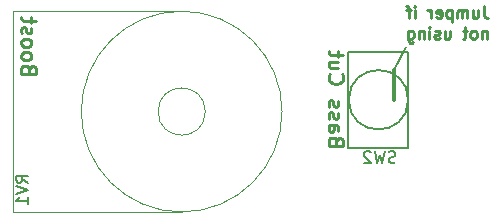
<source format=gbr>
G04 #@! TF.GenerationSoftware,KiCad,Pcbnew,(5.1.5-0-10_14)*
G04 #@! TF.CreationDate,2020-04-25T21:08:45+01:00*
G04 #@! TF.ProjectId,GlassBlower,476c6173-7342-46c6-9f77-65722e6b6963,rev?*
G04 #@! TF.SameCoordinates,Original*
G04 #@! TF.FileFunction,Legend,Bot*
G04 #@! TF.FilePolarity,Positive*
%FSLAX46Y46*%
G04 Gerber Fmt 4.6, Leading zero omitted, Abs format (unit mm)*
G04 Created by KiCad (PCBNEW (5.1.5-0-10_14)) date 2020-04-25 21:08:45*
%MOMM*%
%LPD*%
G04 APERTURE LIST*
%ADD10C,0.150000*%
%ADD11C,0.250000*%
%ADD12C,0.300000*%
%ADD13C,0.120000*%
G04 APERTURE END LIST*
D10*
X162340000Y-62000000D02*
X163340000Y-60000000D01*
D11*
X169911428Y-56577380D02*
X169911428Y-57291666D01*
X169959047Y-57434523D01*
X170054285Y-57529761D01*
X170197142Y-57577380D01*
X170292380Y-57577380D01*
X169006666Y-56910714D02*
X169006666Y-57577380D01*
X169435238Y-56910714D02*
X169435238Y-57434523D01*
X169387619Y-57529761D01*
X169292380Y-57577380D01*
X169149523Y-57577380D01*
X169054285Y-57529761D01*
X169006666Y-57482142D01*
X168530476Y-57577380D02*
X168530476Y-56910714D01*
X168530476Y-57005952D02*
X168482857Y-56958333D01*
X168387619Y-56910714D01*
X168244761Y-56910714D01*
X168149523Y-56958333D01*
X168101904Y-57053571D01*
X168101904Y-57577380D01*
X168101904Y-57053571D02*
X168054285Y-56958333D01*
X167959047Y-56910714D01*
X167816190Y-56910714D01*
X167720952Y-56958333D01*
X167673333Y-57053571D01*
X167673333Y-57577380D01*
X167197142Y-56910714D02*
X167197142Y-57910714D01*
X167197142Y-56958333D02*
X167101904Y-56910714D01*
X166911428Y-56910714D01*
X166816190Y-56958333D01*
X166768571Y-57005952D01*
X166720952Y-57101190D01*
X166720952Y-57386904D01*
X166768571Y-57482142D01*
X166816190Y-57529761D01*
X166911428Y-57577380D01*
X167101904Y-57577380D01*
X167197142Y-57529761D01*
X165911428Y-57529761D02*
X166006666Y-57577380D01*
X166197142Y-57577380D01*
X166292380Y-57529761D01*
X166340000Y-57434523D01*
X166340000Y-57053571D01*
X166292380Y-56958333D01*
X166197142Y-56910714D01*
X166006666Y-56910714D01*
X165911428Y-56958333D01*
X165863809Y-57053571D01*
X165863809Y-57148809D01*
X166340000Y-57244047D01*
X165435238Y-57577380D02*
X165435238Y-56910714D01*
X165435238Y-57101190D02*
X165387619Y-57005952D01*
X165340000Y-56958333D01*
X165244761Y-56910714D01*
X165149523Y-56910714D01*
X164054285Y-57577380D02*
X164054285Y-56910714D01*
X164054285Y-56577380D02*
X164101904Y-56625000D01*
X164054285Y-56672619D01*
X164006666Y-56625000D01*
X164054285Y-56577380D01*
X164054285Y-56672619D01*
X163720952Y-56910714D02*
X163340000Y-56910714D01*
X163578095Y-57577380D02*
X163578095Y-56720238D01*
X163530476Y-56625000D01*
X163435238Y-56577380D01*
X163340000Y-56577380D01*
X170173333Y-58660714D02*
X170173333Y-59327380D01*
X170173333Y-58755952D02*
X170125714Y-58708333D01*
X170030476Y-58660714D01*
X169887619Y-58660714D01*
X169792380Y-58708333D01*
X169744761Y-58803571D01*
X169744761Y-59327380D01*
X169125714Y-59327380D02*
X169220952Y-59279761D01*
X169268571Y-59232142D01*
X169316190Y-59136904D01*
X169316190Y-58851190D01*
X169268571Y-58755952D01*
X169220952Y-58708333D01*
X169125714Y-58660714D01*
X168982857Y-58660714D01*
X168887619Y-58708333D01*
X168840000Y-58755952D01*
X168792380Y-58851190D01*
X168792380Y-59136904D01*
X168840000Y-59232142D01*
X168887619Y-59279761D01*
X168982857Y-59327380D01*
X169125714Y-59327380D01*
X168506666Y-58660714D02*
X168125714Y-58660714D01*
X168363809Y-58327380D02*
X168363809Y-59184523D01*
X168316190Y-59279761D01*
X168220952Y-59327380D01*
X168125714Y-59327380D01*
X166601904Y-58660714D02*
X166601904Y-59327380D01*
X167030476Y-58660714D02*
X167030476Y-59184523D01*
X166982857Y-59279761D01*
X166887619Y-59327380D01*
X166744761Y-59327380D01*
X166649523Y-59279761D01*
X166601904Y-59232142D01*
X166173333Y-59279761D02*
X166078095Y-59327380D01*
X165887619Y-59327380D01*
X165792380Y-59279761D01*
X165744761Y-59184523D01*
X165744761Y-59136904D01*
X165792380Y-59041666D01*
X165887619Y-58994047D01*
X166030476Y-58994047D01*
X166125714Y-58946428D01*
X166173333Y-58851190D01*
X166173333Y-58803571D01*
X166125714Y-58708333D01*
X166030476Y-58660714D01*
X165887619Y-58660714D01*
X165792380Y-58708333D01*
X165316190Y-59327380D02*
X165316190Y-58660714D01*
X165316190Y-58327380D02*
X165363809Y-58375000D01*
X165316190Y-58422619D01*
X165268571Y-58375000D01*
X165316190Y-58327380D01*
X165316190Y-58422619D01*
X164840000Y-58660714D02*
X164840000Y-59327380D01*
X164840000Y-58755952D02*
X164792380Y-58708333D01*
X164697142Y-58660714D01*
X164554285Y-58660714D01*
X164459047Y-58708333D01*
X164411428Y-58803571D01*
X164411428Y-59327380D01*
X163506666Y-58660714D02*
X163506666Y-59470238D01*
X163554285Y-59565476D01*
X163601904Y-59613095D01*
X163697142Y-59660714D01*
X163840000Y-59660714D01*
X163935238Y-59613095D01*
X163506666Y-59279761D02*
X163601904Y-59327380D01*
X163792380Y-59327380D01*
X163887619Y-59279761D01*
X163935238Y-59232142D01*
X163982857Y-59136904D01*
X163982857Y-58851190D01*
X163935238Y-58755952D01*
X163887619Y-58708333D01*
X163792380Y-58660714D01*
X163601904Y-58660714D01*
X163506666Y-58708333D01*
D12*
X162340000Y-62000000D02*
X162340000Y-64500000D01*
D11*
X157429285Y-68011904D02*
X157369761Y-67833333D01*
X157310238Y-67773809D01*
X157191190Y-67714285D01*
X157012619Y-67714285D01*
X156893571Y-67773809D01*
X156834047Y-67833333D01*
X156774523Y-67952380D01*
X156774523Y-68428571D01*
X158024523Y-68428571D01*
X158024523Y-68011904D01*
X157965000Y-67892857D01*
X157905476Y-67833333D01*
X157786428Y-67773809D01*
X157667380Y-67773809D01*
X157548333Y-67833333D01*
X157488809Y-67892857D01*
X157429285Y-68011904D01*
X157429285Y-68428571D01*
X156774523Y-66642857D02*
X157429285Y-66642857D01*
X157548333Y-66702380D01*
X157607857Y-66821428D01*
X157607857Y-67059523D01*
X157548333Y-67178571D01*
X156834047Y-66642857D02*
X156774523Y-66761904D01*
X156774523Y-67059523D01*
X156834047Y-67178571D01*
X156953095Y-67238095D01*
X157072142Y-67238095D01*
X157191190Y-67178571D01*
X157250714Y-67059523D01*
X157250714Y-66761904D01*
X157310238Y-66642857D01*
X156834047Y-66107142D02*
X156774523Y-65988095D01*
X156774523Y-65750000D01*
X156834047Y-65630952D01*
X156953095Y-65571428D01*
X157012619Y-65571428D01*
X157131666Y-65630952D01*
X157191190Y-65750000D01*
X157191190Y-65928571D01*
X157250714Y-66047619D01*
X157369761Y-66107142D01*
X157429285Y-66107142D01*
X157548333Y-66047619D01*
X157607857Y-65928571D01*
X157607857Y-65750000D01*
X157548333Y-65630952D01*
X156834047Y-65095238D02*
X156774523Y-64976190D01*
X156774523Y-64738095D01*
X156834047Y-64619047D01*
X156953095Y-64559523D01*
X157012619Y-64559523D01*
X157131666Y-64619047D01*
X157191190Y-64738095D01*
X157191190Y-64916666D01*
X157250714Y-65035714D01*
X157369761Y-65095238D01*
X157429285Y-65095238D01*
X157548333Y-65035714D01*
X157607857Y-64916666D01*
X157607857Y-64738095D01*
X157548333Y-64619047D01*
X156893571Y-62357142D02*
X156834047Y-62416666D01*
X156774523Y-62595238D01*
X156774523Y-62714285D01*
X156834047Y-62892857D01*
X156953095Y-63011904D01*
X157072142Y-63071428D01*
X157310238Y-63130952D01*
X157488809Y-63130952D01*
X157726904Y-63071428D01*
X157845952Y-63011904D01*
X157965000Y-62892857D01*
X158024523Y-62714285D01*
X158024523Y-62595238D01*
X157965000Y-62416666D01*
X157905476Y-62357142D01*
X157607857Y-61285714D02*
X156774523Y-61285714D01*
X157607857Y-61821428D02*
X156953095Y-61821428D01*
X156834047Y-61761904D01*
X156774523Y-61642857D01*
X156774523Y-61464285D01*
X156834047Y-61345238D01*
X156893571Y-61285714D01*
X157607857Y-60869047D02*
X157607857Y-60392857D01*
X158024523Y-60690476D02*
X156953095Y-60690476D01*
X156834047Y-60630952D01*
X156774523Y-60511904D01*
X156774523Y-60392857D01*
X131429285Y-61904761D02*
X131369761Y-61726190D01*
X131310238Y-61666666D01*
X131191190Y-61607142D01*
X131012619Y-61607142D01*
X130893571Y-61666666D01*
X130834047Y-61726190D01*
X130774523Y-61845238D01*
X130774523Y-62321428D01*
X132024523Y-62321428D01*
X132024523Y-61904761D01*
X131965000Y-61785714D01*
X131905476Y-61726190D01*
X131786428Y-61666666D01*
X131667380Y-61666666D01*
X131548333Y-61726190D01*
X131488809Y-61785714D01*
X131429285Y-61904761D01*
X131429285Y-62321428D01*
X130774523Y-60892857D02*
X130834047Y-61011904D01*
X130893571Y-61071428D01*
X131012619Y-61130952D01*
X131369761Y-61130952D01*
X131488809Y-61071428D01*
X131548333Y-61011904D01*
X131607857Y-60892857D01*
X131607857Y-60714285D01*
X131548333Y-60595238D01*
X131488809Y-60535714D01*
X131369761Y-60476190D01*
X131012619Y-60476190D01*
X130893571Y-60535714D01*
X130834047Y-60595238D01*
X130774523Y-60714285D01*
X130774523Y-60892857D01*
X130774523Y-59761904D02*
X130834047Y-59880952D01*
X130893571Y-59940476D01*
X131012619Y-60000000D01*
X131369761Y-60000000D01*
X131488809Y-59940476D01*
X131548333Y-59880952D01*
X131607857Y-59761904D01*
X131607857Y-59583333D01*
X131548333Y-59464285D01*
X131488809Y-59404761D01*
X131369761Y-59345238D01*
X131012619Y-59345238D01*
X130893571Y-59404761D01*
X130834047Y-59464285D01*
X130774523Y-59583333D01*
X130774523Y-59761904D01*
X130834047Y-58869047D02*
X130774523Y-58750000D01*
X130774523Y-58511904D01*
X130834047Y-58392857D01*
X130953095Y-58333333D01*
X131012619Y-58333333D01*
X131131666Y-58392857D01*
X131191190Y-58511904D01*
X131191190Y-58690476D01*
X131250714Y-58809523D01*
X131369761Y-58869047D01*
X131429285Y-58869047D01*
X131548333Y-58809523D01*
X131607857Y-58690476D01*
X131607857Y-58511904D01*
X131548333Y-58392857D01*
X131607857Y-57976190D02*
X131607857Y-57500000D01*
X132024523Y-57797619D02*
X130953095Y-57797619D01*
X130834047Y-57738095D01*
X130774523Y-57619047D01*
X130774523Y-57500000D01*
D13*
X130030000Y-56990000D02*
X144340000Y-56990000D01*
X130030000Y-74010000D02*
X130030000Y-56990000D01*
X130030000Y-74010000D02*
X144340000Y-74010000D01*
X146340000Y-65500000D02*
G75*
G03X146340000Y-65500000I-2000000J0D01*
G01*
X152840000Y-65500000D02*
G75*
G03X152840000Y-65500000I-8500000J0D01*
G01*
D10*
X163514472Y-64500000D02*
G75*
G03X163514472Y-64500000I-2514472J0D01*
G01*
X158460000Y-68564000D02*
X163540000Y-68564000D01*
X163540000Y-68564000D02*
X163540000Y-60436000D01*
X163540000Y-60436000D02*
X158460000Y-60436000D01*
X158460000Y-60436000D02*
X158460000Y-68564000D01*
X131332380Y-71508761D02*
X130856190Y-71175428D01*
X131332380Y-70937333D02*
X130332380Y-70937333D01*
X130332380Y-71318285D01*
X130380000Y-71413523D01*
X130427619Y-71461142D01*
X130522857Y-71508761D01*
X130665714Y-71508761D01*
X130760952Y-71461142D01*
X130808571Y-71413523D01*
X130856190Y-71318285D01*
X130856190Y-70937333D01*
X130332380Y-71794476D02*
X131332380Y-72127809D01*
X130332380Y-72461142D01*
X131332380Y-73318285D02*
X131332380Y-72746857D01*
X131332380Y-73032571D02*
X130332380Y-73032571D01*
X130475238Y-72937333D01*
X130570476Y-72842095D01*
X130618095Y-72746857D01*
X162433333Y-69804761D02*
X162290476Y-69852380D01*
X162052380Y-69852380D01*
X161957142Y-69804761D01*
X161909523Y-69757142D01*
X161861904Y-69661904D01*
X161861904Y-69566666D01*
X161909523Y-69471428D01*
X161957142Y-69423809D01*
X162052380Y-69376190D01*
X162242857Y-69328571D01*
X162338095Y-69280952D01*
X162385714Y-69233333D01*
X162433333Y-69138095D01*
X162433333Y-69042857D01*
X162385714Y-68947619D01*
X162338095Y-68900000D01*
X162242857Y-68852380D01*
X162004761Y-68852380D01*
X161861904Y-68900000D01*
X161528571Y-68852380D02*
X161290476Y-69852380D01*
X161100000Y-69138095D01*
X160909523Y-69852380D01*
X160671428Y-68852380D01*
X160338095Y-68947619D02*
X160290476Y-68900000D01*
X160195238Y-68852380D01*
X159957142Y-68852380D01*
X159861904Y-68900000D01*
X159814285Y-68947619D01*
X159766666Y-69042857D01*
X159766666Y-69138095D01*
X159814285Y-69280952D01*
X160385714Y-69852380D01*
X159766666Y-69852380D01*
M02*

</source>
